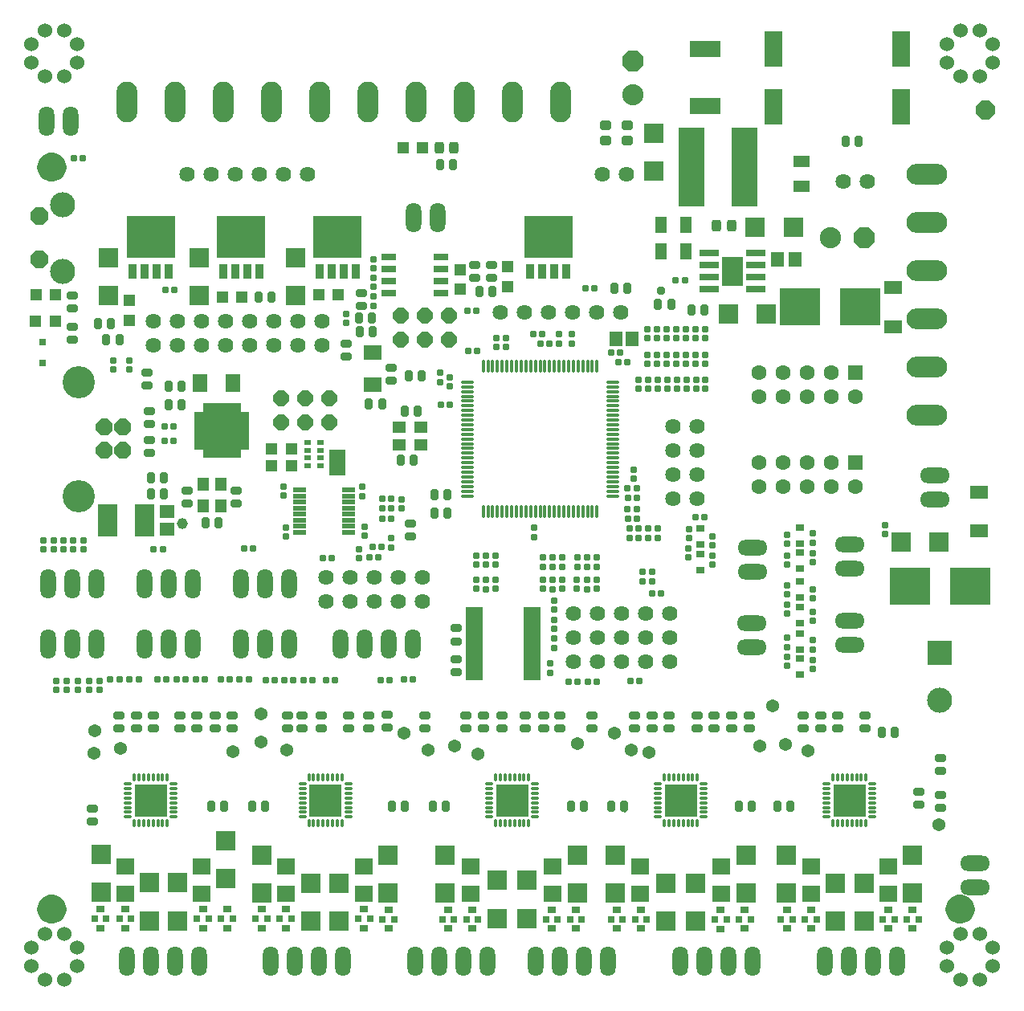
<source format=gts>
G04 Layer_Color=8388736*
%FSLAX25Y25*%
%MOIN*%
G70*
G01*
G75*
%ADD44C,0.06000*%
%ADD74C,0.05000*%
%ADD79C,0.01400*%
%ADD86P,0.07577X8X292.5*%
%ADD107C,0.06400*%
%ADD210R,0.07800X0.14800*%
%ADD211R,0.04600X0.01300*%
%ADD212R,0.05300X0.01700*%
%ADD213R,0.06890X0.02953*%
G04:AMPARAMS|DCode=214|XSize=25.65mil|YSize=27.62mil|CornerRadius=6.33mil|HoleSize=0mil|Usage=FLASHONLY|Rotation=0.000|XOffset=0mil|YOffset=0mil|HoleType=Round|Shape=RoundedRectangle|*
%AMROUNDEDRECTD214*
21,1,0.02565,0.01496,0,0,0.0*
21,1,0.01299,0.02762,0,0,0.0*
1,1,0.01266,0.00649,-0.00748*
1,1,0.01266,-0.00649,-0.00748*
1,1,0.01266,-0.00649,0.00748*
1,1,0.01266,0.00649,0.00748*
%
%ADD214ROUNDEDRECTD214*%
G04:AMPARAMS|DCode=215|XSize=33.13mil|YSize=43.37mil|CornerRadius=7.83mil|HoleSize=0mil|Usage=FLASHONLY|Rotation=90.000|XOffset=0mil|YOffset=0mil|HoleType=Round|Shape=RoundedRectangle|*
%AMROUNDEDRECTD215*
21,1,0.03313,0.02772,0,0,90.0*
21,1,0.01748,0.04337,0,0,90.0*
1,1,0.01565,0.01386,0.00874*
1,1,0.01565,0.01386,-0.00874*
1,1,0.01565,-0.01386,-0.00874*
1,1,0.01565,-0.01386,0.00874*
%
%ADD215ROUNDEDRECTD215*%
G04:AMPARAMS|DCode=216|XSize=33.13mil|YSize=43.37mil|CornerRadius=7.83mil|HoleSize=0mil|Usage=FLASHONLY|Rotation=180.000|XOffset=0mil|YOffset=0mil|HoleType=Round|Shape=RoundedRectangle|*
%AMROUNDEDRECTD216*
21,1,0.03313,0.02772,0,0,180.0*
21,1,0.01748,0.04337,0,0,180.0*
1,1,0.01565,-0.00874,0.01386*
1,1,0.01565,0.00874,0.01386*
1,1,0.01565,0.00874,-0.01386*
1,1,0.01565,-0.00874,-0.01386*
%
%ADD216ROUNDEDRECTD216*%
G04:AMPARAMS|DCode=217|XSize=25.26mil|YSize=27.62mil|CornerRadius=6.25mil|HoleSize=0mil|Usage=FLASHONLY|Rotation=90.000|XOffset=0mil|YOffset=0mil|HoleType=Round|Shape=RoundedRectangle|*
%AMROUNDEDRECTD217*
21,1,0.02526,0.01512,0,0,90.0*
21,1,0.01276,0.02762,0,0,90.0*
1,1,0.01250,0.00756,0.00638*
1,1,0.01250,0.00756,-0.00638*
1,1,0.01250,-0.00756,-0.00638*
1,1,0.01250,-0.00756,0.00638*
%
%ADD217ROUNDEDRECTD217*%
G04:AMPARAMS|DCode=218|XSize=25.26mil|YSize=27.62mil|CornerRadius=6.25mil|HoleSize=0mil|Usage=FLASHONLY|Rotation=180.000|XOffset=0mil|YOffset=0mil|HoleType=Round|Shape=RoundedRectangle|*
%AMROUNDEDRECTD218*
21,1,0.02526,0.01512,0,0,180.0*
21,1,0.01276,0.02762,0,0,180.0*
1,1,0.01250,-0.00638,0.00756*
1,1,0.01250,0.00638,0.00756*
1,1,0.01250,0.00638,-0.00756*
1,1,0.01250,-0.00638,-0.00756*
%
%ADD218ROUNDEDRECTD218*%
%ADD219R,0.06400X0.02800*%
G04:AMPARAMS|DCode=220|XSize=27.56mil|YSize=29.53mil|CornerRadius=7.87mil|HoleSize=0mil|Usage=FLASHONLY|Rotation=270.000|XOffset=0mil|YOffset=0mil|HoleType=Round|Shape=RoundedRectangle|*
%AMROUNDEDRECTD220*
21,1,0.02756,0.01378,0,0,270.0*
21,1,0.01181,0.02953,0,0,270.0*
1,1,0.01575,-0.00689,-0.00591*
1,1,0.01575,-0.00689,0.00591*
1,1,0.01575,0.00689,0.00591*
1,1,0.01575,0.00689,-0.00591*
%
%ADD220ROUNDEDRECTD220*%
G04:AMPARAMS|DCode=221|XSize=27.56mil|YSize=35.44mil|CornerRadius=7.87mil|HoleSize=0mil|Usage=FLASHONLY|Rotation=270.000|XOffset=0mil|YOffset=0mil|HoleType=Round|Shape=RoundedRectangle|*
%AMROUNDEDRECTD221*
21,1,0.02756,0.01969,0,0,270.0*
21,1,0.01181,0.03544,0,0,270.0*
1,1,0.01575,-0.00985,-0.00591*
1,1,0.01575,-0.00985,0.00591*
1,1,0.01575,0.00985,0.00591*
1,1,0.01575,0.00985,-0.00591*
%
%ADD221ROUNDEDRECTD221*%
%ADD222O,0.03743X0.01302*%
%ADD223O,0.01302X0.03743*%
%ADD224R,0.13586X0.13586*%
%ADD225R,0.10636X0.32683*%
%ADD226R,0.07093X0.04731*%
%ADD227R,0.04731X0.07093*%
G04:AMPARAMS|DCode=228|XSize=25.65mil|YSize=27.62mil|CornerRadius=6.33mil|HoleSize=0mil|Usage=FLASHONLY|Rotation=90.000|XOffset=0mil|YOffset=0mil|HoleType=Round|Shape=RoundedRectangle|*
%AMROUNDEDRECTD228*
21,1,0.02565,0.01496,0,0,90.0*
21,1,0.01299,0.02762,0,0,90.0*
1,1,0.01266,0.00748,0.00649*
1,1,0.01266,0.00748,-0.00649*
1,1,0.01266,-0.00748,-0.00649*
1,1,0.01266,-0.00748,0.00649*
%
%ADD228ROUNDEDRECTD228*%
G04:AMPARAMS|DCode=229|XSize=15.02mil|YSize=35.5mil|CornerRadius=6.41mil|HoleSize=0mil|Usage=FLASHONLY|Rotation=180.000|XOffset=0mil|YOffset=0mil|HoleType=Round|Shape=RoundedRectangle|*
%AMROUNDEDRECTD229*
21,1,0.01502,0.02268,0,0,180.0*
21,1,0.00220,0.03550,0,0,180.0*
1,1,0.01282,-0.00110,0.01134*
1,1,0.01282,0.00110,0.01134*
1,1,0.01282,0.00110,-0.01134*
1,1,0.01282,-0.00110,-0.01134*
%
%ADD229ROUNDEDRECTD229*%
G04:AMPARAMS|DCode=230|XSize=15.02mil|YSize=35.5mil|CornerRadius=6.41mil|HoleSize=0mil|Usage=FLASHONLY|Rotation=270.000|XOffset=0mil|YOffset=0mil|HoleType=Round|Shape=RoundedRectangle|*
%AMROUNDEDRECTD230*
21,1,0.01502,0.02268,0,0,270.0*
21,1,0.00220,0.03550,0,0,270.0*
1,1,0.01282,-0.01134,-0.00110*
1,1,0.01282,-0.01134,0.00110*
1,1,0.01282,0.01134,0.00110*
1,1,0.01282,0.01134,-0.00110*
%
%ADD230ROUNDEDRECTD230*%
%ADD231R,0.14042X0.14042*%
%ADD232R,0.07880X0.13786*%
%ADD233R,0.02959X0.02369*%
%ADD234R,0.07487X0.05912*%
%ADD235R,0.07498X0.06699*%
%ADD236R,0.17093X0.15400*%
%ADD237R,0.05518X0.04534*%
%ADD238R,0.12998X0.06699*%
%ADD239R,0.05124X0.05124*%
%ADD240R,0.05400X0.01900*%
%ADD241R,0.05518X0.06306*%
%ADD242R,0.08800X0.12200*%
%ADD243R,0.08200X0.02600*%
G04:AMPARAMS|DCode=244|XSize=37.46mil|YSize=47.31mil|CornerRadius=8.69mil|HoleSize=0mil|Usage=FLASHONLY|Rotation=0.000|XOffset=0mil|YOffset=0mil|HoleType=Round|Shape=RoundedRectangle|*
%AMROUNDEDRECTD244*
21,1,0.03746,0.02993,0,0,0.0*
21,1,0.02008,0.04731,0,0,0.0*
1,1,0.01738,0.01004,-0.01496*
1,1,0.01738,-0.01004,-0.01496*
1,1,0.01738,-0.01004,0.01496*
1,1,0.01738,0.01004,0.01496*
%
%ADD244ROUNDEDRECTD244*%
%ADD245R,0.02762X0.02762*%
G04:AMPARAMS|DCode=246|XSize=37.46mil|YSize=47.31mil|CornerRadius=8.69mil|HoleSize=0mil|Usage=FLASHONLY|Rotation=270.000|XOffset=0mil|YOffset=0mil|HoleType=Round|Shape=RoundedRectangle|*
%AMROUNDEDRECTD246*
21,1,0.03746,0.02993,0,0,270.0*
21,1,0.02008,0.04731,0,0,270.0*
1,1,0.01738,-0.01496,-0.01004*
1,1,0.01738,-0.01496,0.01004*
1,1,0.01738,0.01496,0.01004*
1,1,0.01738,0.01496,-0.01004*
%
%ADD246ROUNDEDRECTD246*%
%ADD247R,0.06306X0.05518*%
%ADD248R,0.05124X0.05124*%
%ADD249R,0.05912X0.07487*%
%ADD250R,0.04534X0.05518*%
G04:AMPARAMS|DCode=251|XSize=43.37mil|YSize=43.37mil|CornerRadius=21.68mil|HoleSize=0mil|Usage=FLASHONLY|Rotation=0.000|XOffset=0mil|YOffset=0mil|HoleType=Round|Shape=RoundedRectangle|*
%AMROUNDEDRECTD251*
21,1,0.04337,0.00000,0,0,0.0*
21,1,0.00000,0.04337,0,0,0.0*
1,1,0.04337,0.00000,0.00000*
1,1,0.04337,0.00000,0.00000*
1,1,0.04337,0.00000,0.00000*
1,1,0.04337,0.00000,0.00000*
%
%ADD251ROUNDEDRECTD251*%
%ADD252R,0.06837X0.02132*%
%ADD253R,0.06700X0.05000*%
%ADD254R,0.03550X0.02762*%
%ADD255O,0.01384X0.05518*%
%ADD256O,0.05518X0.01384*%
%ADD257R,0.07487X0.05833*%
%ADD258R,0.08300X0.08300*%
%ADD259R,0.08274X0.08274*%
%ADD260R,0.08300X0.08300*%
%ADD261R,0.08274X0.08274*%
%ADD262R,0.03200X0.06000*%
%ADD263R,0.20100X0.17400*%
%ADD264C,0.13391*%
%ADD265P,0.07038X8X22.5*%
%ADD266O,0.06400X0.12400*%
%ADD267C,0.10400*%
%ADD268P,0.08010X8X292.5*%
%ADD269O,0.16900X0.08650*%
%ADD270C,0.08800*%
%ADD271P,0.09525X8X112.5*%
%ADD272P,0.08659X8X22.5*%
%ADD273O,0.08650X0.16900*%
%ADD274R,0.10400X0.10400*%
%ADD275O,0.12400X0.06400*%
%ADD276P,0.09525X8X22.5*%
%ADD277C,0.05400*%
%ADD278R,0.06305X0.06305*%
%ADD279C,0.06305*%
%ADD280C,0.03800*%
%ADD281C,0.03769*%
%ADD282C,0.04556*%
G36*
X192300Y341300D02*
X195900D01*
Y325700D01*
X192300D01*
Y322100D01*
X176700D01*
Y325700D01*
X173100D01*
Y341300D01*
X176700D01*
Y344900D01*
X192300D01*
Y341300D01*
D02*
G37*
G36*
X400700Y402250D02*
Y399750D01*
Y397250D01*
Y393600D01*
X392200D01*
Y397250D01*
Y399750D01*
Y402250D01*
Y405550D01*
X400700D01*
Y402250D01*
D02*
G37*
G36*
X292785Y229744D02*
X285699D01*
Y260256D01*
X292785D01*
Y229744D01*
D02*
G37*
G36*
X316801D02*
X309715D01*
Y260256D01*
X316801D01*
Y229744D01*
D02*
G37*
%LPC*%
G36*
X394000Y398750D02*
X393707Y398721D01*
X393167Y398497D01*
X392753Y398083D01*
X392529Y397543D01*
X392500Y397250D01*
X392529Y396957D01*
X392753Y396417D01*
X393167Y396003D01*
X393707Y395779D01*
X394000Y395750D01*
X394293Y395779D01*
X394833Y396003D01*
X395247Y396417D01*
X395471Y396957D01*
X395500Y397250D01*
X395471Y397543D01*
X395247Y398083D01*
X394833Y398497D01*
X394293Y398721D01*
X394000Y398750D01*
D02*
G37*
G36*
Y403750D02*
X393707Y403721D01*
X393167Y403497D01*
X392753Y403083D01*
X392529Y402543D01*
X392500Y402250D01*
X392529Y401957D01*
X392753Y401417D01*
X393167Y401003D01*
X393707Y400779D01*
X394000Y400750D01*
X394293Y400779D01*
X394833Y401003D01*
X395247Y401417D01*
X395471Y401957D01*
X395500Y402250D01*
X395471Y402543D01*
X395247Y403083D01*
X394833Y403497D01*
X394293Y403721D01*
X394000Y403750D01*
D02*
G37*
G36*
X399000D02*
X398707Y403721D01*
X398167Y403497D01*
X397753Y403083D01*
X397529Y402543D01*
X397500Y402250D01*
X397529Y401957D01*
X397753Y401417D01*
X398167Y401003D01*
X398707Y400779D01*
X399000Y400750D01*
X399293Y400779D01*
X399833Y401003D01*
X400247Y401417D01*
X400471Y401957D01*
X400500Y402250D01*
X400471Y402543D01*
X400247Y403083D01*
X399833Y403497D01*
X399293Y403721D01*
X399000Y403750D01*
D02*
G37*
G36*
Y398750D02*
X398707Y398721D01*
X398167Y398497D01*
X397753Y398083D01*
X397529Y397543D01*
X397500Y397250D01*
X397529Y396957D01*
X397753Y396417D01*
X398167Y396003D01*
X398707Y395779D01*
X399000Y395750D01*
X399293Y395779D01*
X399833Y396003D01*
X400247Y396417D01*
X400471Y396957D01*
X400500Y397250D01*
X400471Y397543D01*
X400247Y398083D01*
X399833Y398497D01*
X399293Y398721D01*
X399000Y398750D01*
D02*
G37*
G36*
X396500Y401250D02*
X396207Y401221D01*
X395667Y400997D01*
X395253Y400583D01*
X395029Y400043D01*
X395000Y399750D01*
X395029Y399457D01*
X395253Y398917D01*
X395667Y398503D01*
X396207Y398279D01*
X396500Y398250D01*
X396793Y398279D01*
X397333Y398503D01*
X397747Y398917D01*
X397971Y399457D01*
X398000Y399750D01*
X397971Y400043D01*
X397747Y400583D01*
X397333Y400997D01*
X396793Y401221D01*
X396500Y401250D01*
D02*
G37*
%LPD*%
G54D44*
X118937Y105551D02*
D03*
X111063D02*
D03*
X105551Y111063D02*
D03*
Y118937D02*
D03*
X111063Y124449D02*
D03*
X118937D02*
D03*
X124449Y118937D02*
D03*
Y111063D02*
D03*
X498937Y105551D02*
D03*
X491063D02*
D03*
X485551Y111063D02*
D03*
Y118937D02*
D03*
X491063Y124449D02*
D03*
X498937D02*
D03*
X504449Y118937D02*
D03*
Y111063D02*
D03*
X498937Y480551D02*
D03*
X491063D02*
D03*
X485551Y486063D02*
D03*
Y493937D02*
D03*
X491063Y499449D02*
D03*
X498937D02*
D03*
X504449Y493937D02*
D03*
Y486063D02*
D03*
X118937Y480551D02*
D03*
X111063D02*
D03*
X105551Y486063D02*
D03*
Y493937D02*
D03*
X111063Y499449D02*
D03*
X118937D02*
D03*
X124449Y493937D02*
D03*
Y486063D02*
D03*
G54D74*
X494293Y135000D02*
X494149Y135998D01*
X493731Y136916D01*
X493070Y137678D01*
X492222Y138223D01*
X491254Y138507D01*
X490246D01*
X489278Y138223D01*
X488430Y137678D01*
X487769Y136916D01*
X487351Y135998D01*
X487207Y135000D01*
X487351Y134002D01*
X487769Y133084D01*
X488430Y132322D01*
X489278Y131777D01*
X490246Y131493D01*
X491254D01*
X492222Y131777D01*
X493070Y132322D01*
X493731Y133084D01*
X494149Y134002D01*
X494293Y135000D01*
X117293Y443000D02*
X117149Y443998D01*
X116731Y444915D01*
X116070Y445678D01*
X115222Y446223D01*
X114254Y446507D01*
X113246D01*
X112278Y446223D01*
X111430Y445678D01*
X110769Y444915D01*
X110351Y443998D01*
X110207Y443000D01*
X110351Y442002D01*
X110769Y441084D01*
X111430Y440322D01*
X112278Y439777D01*
X113246Y439493D01*
X114254D01*
X115222Y439777D01*
X116070Y440322D01*
X116731Y441084D01*
X117149Y442002D01*
X117293Y443000D01*
Y135000D02*
X117149Y135998D01*
X116731Y136916D01*
X116070Y137678D01*
X115222Y138223D01*
X114254Y138507D01*
X113246D01*
X112278Y138223D01*
X111430Y137678D01*
X110769Y136916D01*
X110351Y135998D01*
X110207Y135000D01*
X110351Y134002D01*
X110769Y133084D01*
X111430Y132322D01*
X112278Y131777D01*
X113246Y131493D01*
X114254D01*
X115222Y131777D01*
X116070Y132322D01*
X116731Y133084D01*
X117149Y134002D01*
X117293Y135000D01*
G54D79*
X352450Y176250D02*
X351750Y176950D01*
X351050Y176250D01*
X351750Y175550D01*
X352450Y176250D01*
G54D86*
X135669Y325079D02*
D03*
Y334921D02*
D03*
X143543D02*
D03*
Y325079D02*
D03*
G54D107*
X350000Y382500D02*
D03*
X340000D02*
D03*
X330000D02*
D03*
X320000D02*
D03*
X310000D02*
D03*
X300000D02*
D03*
X267894Y272500D02*
D03*
Y262500D02*
D03*
X257894Y272500D02*
D03*
Y262500D02*
D03*
X247894Y272500D02*
D03*
Y262500D02*
D03*
X237894Y272500D02*
D03*
Y262500D02*
D03*
X227894Y272500D02*
D03*
Y262500D02*
D03*
X156250Y368750D02*
D03*
Y378750D02*
D03*
X166250Y368750D02*
D03*
Y378750D02*
D03*
X176250Y368750D02*
D03*
Y378750D02*
D03*
X186250Y368750D02*
D03*
Y378750D02*
D03*
X196250Y368750D02*
D03*
Y378750D02*
D03*
X206250Y368750D02*
D03*
Y378750D02*
D03*
X216250Y368750D02*
D03*
Y378750D02*
D03*
X226250Y368750D02*
D03*
Y378750D02*
D03*
X371700Y335200D02*
D03*
X381700D02*
D03*
X371700Y325200D02*
D03*
X381700D02*
D03*
X371700Y315200D02*
D03*
X381700D02*
D03*
X371700Y305200D02*
D03*
X381700D02*
D03*
X442500Y437000D02*
D03*
X452500D02*
D03*
X352500Y440000D02*
D03*
X342500D02*
D03*
X220000D02*
D03*
X210000D02*
D03*
X200000D02*
D03*
X190000D02*
D03*
X180000D02*
D03*
X170000D02*
D03*
X330500Y257561D02*
D03*
X340500D02*
D03*
X350500D02*
D03*
X360500D02*
D03*
X370500D02*
D03*
X330500Y247561D02*
D03*
X340500D02*
D03*
X350500D02*
D03*
X360500D02*
D03*
X370500D02*
D03*
X330500Y237561D02*
D03*
X340500D02*
D03*
X350500D02*
D03*
X360500D02*
D03*
X370500D02*
D03*
G54D210*
X413500Y492000D02*
D03*
Y468000D02*
D03*
X466500D02*
D03*
Y492000D02*
D03*
G54D211*
X237200Y308750D02*
D03*
Y306250D02*
D03*
Y303750D02*
D03*
Y301250D02*
D03*
Y298750D02*
D03*
Y296250D02*
D03*
Y293750D02*
D03*
Y291250D02*
D03*
X216800D02*
D03*
Y293750D02*
D03*
Y296250D02*
D03*
Y298750D02*
D03*
Y301250D02*
D03*
Y303750D02*
D03*
Y306250D02*
D03*
Y308750D02*
D03*
G54D212*
X237250D02*
D03*
Y306250D02*
D03*
Y303750D02*
D03*
Y301250D02*
D03*
Y298750D02*
D03*
Y296250D02*
D03*
Y293750D02*
D03*
Y291250D02*
D03*
X216750D02*
D03*
Y293750D02*
D03*
Y296250D02*
D03*
Y298750D02*
D03*
Y301250D02*
D03*
Y303750D02*
D03*
Y306250D02*
D03*
Y308750D02*
D03*
G54D213*
X232500Y320053D02*
D03*
G54D214*
X259930Y230100D02*
D03*
X263670D02*
D03*
X250330Y229800D02*
D03*
X254070D02*
D03*
X372880Y395750D02*
D03*
X376620D02*
D03*
X346130Y365800D02*
D03*
X349870D02*
D03*
X352870Y361800D02*
D03*
X349130D02*
D03*
X320470Y369700D02*
D03*
X316730D02*
D03*
X279170Y344300D02*
D03*
X275430D02*
D03*
X123030Y446600D02*
D03*
X126770D02*
D03*
X286430Y383200D02*
D03*
X290170D02*
D03*
X251130Y301100D02*
D03*
X254870D02*
D03*
X230170Y280400D02*
D03*
X226430D02*
D03*
X254870Y297000D02*
D03*
X251130D02*
D03*
X197470Y284600D02*
D03*
X193730D02*
D03*
X159970Y284100D02*
D03*
X156230D02*
D03*
X231470Y229900D02*
D03*
X227730D02*
D03*
X222170D02*
D03*
X218430D02*
D03*
X202630D02*
D03*
X206370D02*
D03*
X187670Y230100D02*
D03*
X183930D02*
D03*
X177370D02*
D03*
X173630D02*
D03*
X157830D02*
D03*
X161570D02*
D03*
X141970D02*
D03*
X138230D02*
D03*
X340070Y229200D02*
D03*
X336330D02*
D03*
X353930Y229700D02*
D03*
X357670D02*
D03*
X363130Y265800D02*
D03*
X366870D02*
D03*
X365270Y288900D02*
D03*
X361530D02*
D03*
X353730D02*
D03*
X357470D02*
D03*
X356670Y297000D02*
D03*
X352930D02*
D03*
Y305600D02*
D03*
X356670D02*
D03*
X384870Y297600D02*
D03*
X381130D02*
D03*
G54D215*
X153400Y352123D02*
D03*
Y357477D02*
D03*
X130800Y171198D02*
D03*
Y176552D02*
D03*
X262800Y289523D02*
D03*
Y294877D02*
D03*
X289500Y396823D02*
D03*
Y402177D02*
D03*
X425744Y215177D02*
D03*
Y209823D02*
D03*
X355744Y215177D02*
D03*
Y209823D02*
D03*
X285876Y215177D02*
D03*
Y209823D02*
D03*
X211713Y215177D02*
D03*
Y209823D02*
D03*
X141606Y215177D02*
D03*
Y209823D02*
D03*
X149000Y215177D02*
D03*
Y209823D02*
D03*
X217700Y215177D02*
D03*
Y209823D02*
D03*
X293250Y215177D02*
D03*
Y209823D02*
D03*
X363000Y215177D02*
D03*
Y209823D02*
D03*
X433000Y215177D02*
D03*
Y209823D02*
D03*
X482750Y176823D02*
D03*
Y182177D02*
D03*
X403486Y209823D02*
D03*
Y215177D02*
D03*
X338148Y209823D02*
D03*
Y215177D02*
D03*
X188892Y209823D02*
D03*
Y215177D02*
D03*
X268634Y209892D02*
D03*
Y215246D02*
D03*
X296500Y402177D02*
D03*
Y396823D02*
D03*
X242300Y385223D02*
D03*
Y390577D02*
D03*
X236000Y364323D02*
D03*
Y369677D02*
D03*
X122305Y376671D02*
D03*
Y371317D02*
D03*
X122500Y389427D02*
D03*
Y384073D02*
D03*
X281750Y251389D02*
D03*
Y246035D02*
D03*
X281700Y233323D02*
D03*
Y238677D02*
D03*
X440250Y209823D02*
D03*
Y215177D02*
D03*
X451500Y209823D02*
D03*
Y215177D02*
D03*
X473600Y183661D02*
D03*
Y178307D02*
D03*
X482875Y197677D02*
D03*
Y192323D02*
D03*
X370250Y209823D02*
D03*
Y215177D02*
D03*
X381713Y209823D02*
D03*
Y215177D02*
D03*
X396225D02*
D03*
Y209823D02*
D03*
X388900D02*
D03*
Y215177D02*
D03*
X300625Y209823D02*
D03*
Y215177D02*
D03*
X310500Y209823D02*
D03*
Y215177D02*
D03*
X324750D02*
D03*
Y209823D02*
D03*
X318125Y215177D02*
D03*
Y209823D02*
D03*
X225900D02*
D03*
Y215177D02*
D03*
X237000Y209823D02*
D03*
Y215177D02*
D03*
X253200Y215577D02*
D03*
Y210223D02*
D03*
X245300Y209823D02*
D03*
Y215177D02*
D03*
X156250Y209823D02*
D03*
Y215177D02*
D03*
X167000Y209823D02*
D03*
Y215177D02*
D03*
X181625D02*
D03*
Y209823D02*
D03*
X174250D02*
D03*
Y215177D02*
D03*
X190500Y303323D02*
D03*
Y308677D02*
D03*
X170000Y303323D02*
D03*
Y308677D02*
D03*
X154500Y336323D02*
D03*
Y341677D02*
D03*
Y329677D02*
D03*
Y324323D02*
D03*
X254750Y354073D02*
D03*
Y359427D02*
D03*
G54D216*
X241523Y380200D02*
D03*
X246877D02*
D03*
X415198Y177500D02*
D03*
X420552D02*
D03*
X443323Y453500D02*
D03*
X448677D02*
D03*
X365573Y386000D02*
D03*
X370927D02*
D03*
X384677Y383500D02*
D03*
X379323D02*
D03*
X345948Y177500D02*
D03*
X351302D02*
D03*
X271948D02*
D03*
X277302D02*
D03*
X196948D02*
D03*
X202302D02*
D03*
X352677Y392500D02*
D03*
X347323D02*
D03*
X280427Y444000D02*
D03*
X275073D02*
D03*
X296877Y391200D02*
D03*
X291523D02*
D03*
X205177Y388750D02*
D03*
X199823D02*
D03*
X162448Y351875D02*
D03*
X167802D02*
D03*
X262123Y356100D02*
D03*
X267477D02*
D03*
X278177Y299100D02*
D03*
X272823D02*
D03*
X141927Y371250D02*
D03*
X136573D02*
D03*
X246977Y374700D02*
D03*
X241623D02*
D03*
X133073Y377875D02*
D03*
X138427D02*
D03*
X260448Y341500D02*
D03*
X265802D02*
D03*
X264052Y321250D02*
D03*
X258698D02*
D03*
X458523Y208250D02*
D03*
X463877D02*
D03*
X404302Y177500D02*
D03*
X398948D02*
D03*
X334802D02*
D03*
X329448D02*
D03*
X260552D02*
D03*
X255198D02*
D03*
X185552D02*
D03*
X180198D02*
D03*
X177823Y295250D02*
D03*
X183177D02*
D03*
X162323Y344250D02*
D03*
X167677D02*
D03*
X245573Y344500D02*
D03*
X250927D02*
D03*
X155073Y307250D02*
D03*
X160427D02*
D03*
X155073Y314000D02*
D03*
X160427D02*
D03*
X278177Y306833D02*
D03*
X272823D02*
D03*
G54D217*
X275200Y357490D02*
D03*
Y353710D02*
D03*
X279000Y355590D02*
D03*
Y351810D02*
D03*
X247400Y385310D02*
D03*
Y389090D02*
D03*
Y400910D02*
D03*
Y404690D02*
D03*
Y393110D02*
D03*
Y396890D02*
D03*
X236000Y378110D02*
D03*
Y381890D02*
D03*
X139500Y358860D02*
D03*
Y362640D02*
D03*
X329700Y373390D02*
D03*
Y369610D02*
D03*
X324500Y373490D02*
D03*
Y369710D02*
D03*
X298400Y371990D02*
D03*
Y368210D02*
D03*
X302400Y371990D02*
D03*
Y368210D02*
D03*
X259000Y301110D02*
D03*
Y304890D02*
D03*
X122800Y284210D02*
D03*
Y287990D02*
D03*
X118700D02*
D03*
Y284210D02*
D03*
X129300Y225910D02*
D03*
Y229690D02*
D03*
X120200Y225910D02*
D03*
Y229690D02*
D03*
X294100Y277910D02*
D03*
Y281690D02*
D03*
Y267710D02*
D03*
Y271490D02*
D03*
X321900Y277010D02*
D03*
Y280790D02*
D03*
Y267710D02*
D03*
Y271490D02*
D03*
X336000Y280790D02*
D03*
Y277010D02*
D03*
Y271490D02*
D03*
Y267710D02*
D03*
X322300Y251210D02*
D03*
Y254990D02*
D03*
X359000Y271010D02*
D03*
Y274790D02*
D03*
X357300Y354690D02*
D03*
Y350910D02*
D03*
X365300Y354690D02*
D03*
Y350910D02*
D03*
X373300D02*
D03*
Y354690D02*
D03*
X381300Y350910D02*
D03*
Y354690D02*
D03*
X373200Y364990D02*
D03*
Y361210D02*
D03*
X381200Y364990D02*
D03*
Y361210D02*
D03*
X361200Y375590D02*
D03*
Y371810D02*
D03*
X377200D02*
D03*
Y375590D02*
D03*
X381200D02*
D03*
Y371810D02*
D03*
X429600Y246390D02*
D03*
Y242610D02*
D03*
Y234410D02*
D03*
Y238190D02*
D03*
X419100Y243710D02*
D03*
Y247490D02*
D03*
Y265510D02*
D03*
Y269290D02*
D03*
X429700Y267590D02*
D03*
Y263810D02*
D03*
X429600Y254410D02*
D03*
Y258190D02*
D03*
X419100Y286410D02*
D03*
Y290190D02*
D03*
X429600Y290790D02*
D03*
Y287010D02*
D03*
Y278910D02*
D03*
Y282690D02*
D03*
X378400Y292590D02*
D03*
Y288810D02*
D03*
X388200Y289590D02*
D03*
Y285810D02*
D03*
Y277910D02*
D03*
Y281690D02*
D03*
G54D218*
X339140Y392500D02*
D03*
X335360D02*
D03*
X164890Y392000D02*
D03*
X161110D02*
D03*
X164390Y335375D02*
D03*
X160610D02*
D03*
X164390Y329125D02*
D03*
X160610D02*
D03*
X317590Y373700D02*
D03*
X313810D02*
D03*
X286710Y366700D02*
D03*
X290490D02*
D03*
X254890Y305200D02*
D03*
X251110D02*
D03*
X250790Y285100D02*
D03*
X247010D02*
D03*
X245710Y281000D02*
D03*
X249490D02*
D03*
X210410Y229900D02*
D03*
X214190D02*
D03*
X191910Y230100D02*
D03*
X195690D02*
D03*
X165810D02*
D03*
X169590D02*
D03*
X146210D02*
D03*
X149990D02*
D03*
X332090Y229200D02*
D03*
X328310D02*
D03*
X365290Y293000D02*
D03*
X361510D02*
D03*
X357490D02*
D03*
X353710D02*
D03*
X356690Y301000D02*
D03*
X352910D02*
D03*
X356690Y309400D02*
D03*
X352910D02*
D03*
G54D219*
X253673Y400500D02*
D03*
X275400D02*
D03*
X253673Y405500D02*
D03*
Y395500D02*
D03*
Y390500D02*
D03*
X275400Y405500D02*
D03*
Y395500D02*
D03*
Y390500D02*
D03*
G54D220*
X189061Y130900D02*
D03*
X184139D02*
D03*
X174139D02*
D03*
X179061D02*
D03*
X146861Y130800D02*
D03*
X141939D02*
D03*
X131639D02*
D03*
X136561D02*
D03*
X256061Y130700D02*
D03*
X251139D02*
D03*
X241039Y130800D02*
D03*
X245961D02*
D03*
X213461D02*
D03*
X208539D02*
D03*
X198539D02*
D03*
X203461D02*
D03*
X333861Y130700D02*
D03*
X328939D02*
D03*
X318939D02*
D03*
X323861D02*
D03*
X290861D02*
D03*
X285939D02*
D03*
X275939D02*
D03*
X280861D02*
D03*
X403961D02*
D03*
X399039D02*
D03*
X389039Y130600D02*
D03*
X393961D02*
D03*
X360861Y130700D02*
D03*
X355939D02*
D03*
X345939D02*
D03*
X350861D02*
D03*
X473661D02*
D03*
X468739D02*
D03*
X458739D02*
D03*
X463661D02*
D03*
X431461D02*
D03*
X426539D02*
D03*
X416539D02*
D03*
X421461D02*
D03*
G54D221*
X186600Y126963D02*
D03*
Y134837D02*
D03*
X176600D02*
D03*
Y126963D02*
D03*
X144400Y126863D02*
D03*
Y134737D02*
D03*
X134100D02*
D03*
Y126863D02*
D03*
X253600Y126763D02*
D03*
Y134637D02*
D03*
X243500Y134737D02*
D03*
Y126863D02*
D03*
X211000D02*
D03*
Y134737D02*
D03*
X201000D02*
D03*
Y126863D02*
D03*
X331400Y126763D02*
D03*
Y134637D02*
D03*
X321400D02*
D03*
Y126763D02*
D03*
X288400D02*
D03*
Y134637D02*
D03*
X278400D02*
D03*
Y126763D02*
D03*
X401500D02*
D03*
Y134637D02*
D03*
X391500Y134537D02*
D03*
Y126663D02*
D03*
X358400Y126763D02*
D03*
Y134637D02*
D03*
X348400D02*
D03*
Y126763D02*
D03*
X471200D02*
D03*
Y134637D02*
D03*
X461200D02*
D03*
Y126763D02*
D03*
X429000D02*
D03*
Y134637D02*
D03*
X419000D02*
D03*
Y126763D02*
D03*
G54D222*
X164469Y173110D02*
D03*
Y175079D02*
D03*
Y177047D02*
D03*
Y179016D02*
D03*
Y180984D02*
D03*
Y182953D02*
D03*
Y184921D02*
D03*
Y186890D02*
D03*
X145531D02*
D03*
Y184921D02*
D03*
Y182953D02*
D03*
Y180984D02*
D03*
Y179016D02*
D03*
Y177047D02*
D03*
Y175079D02*
D03*
Y173110D02*
D03*
X218032D02*
D03*
Y175079D02*
D03*
Y177047D02*
D03*
Y179016D02*
D03*
Y180984D02*
D03*
Y182953D02*
D03*
Y184921D02*
D03*
Y186890D02*
D03*
X236968D02*
D03*
Y184921D02*
D03*
Y182953D02*
D03*
Y180984D02*
D03*
Y179016D02*
D03*
Y177047D02*
D03*
Y175079D02*
D03*
Y173110D02*
D03*
X314469D02*
D03*
Y175079D02*
D03*
Y177047D02*
D03*
Y179016D02*
D03*
Y180984D02*
D03*
Y182953D02*
D03*
Y184921D02*
D03*
Y186890D02*
D03*
X295532D02*
D03*
Y184921D02*
D03*
Y182953D02*
D03*
Y180984D02*
D03*
Y179016D02*
D03*
Y177047D02*
D03*
Y175079D02*
D03*
Y173110D02*
D03*
X365531D02*
D03*
Y175079D02*
D03*
Y177047D02*
D03*
Y179016D02*
D03*
Y180984D02*
D03*
Y182953D02*
D03*
Y184921D02*
D03*
Y186890D02*
D03*
X384469D02*
D03*
Y184921D02*
D03*
Y182953D02*
D03*
Y180984D02*
D03*
Y179016D02*
D03*
Y177047D02*
D03*
Y175079D02*
D03*
Y173110D02*
D03*
X454468D02*
D03*
Y175079D02*
D03*
Y177047D02*
D03*
Y179016D02*
D03*
Y180984D02*
D03*
Y182953D02*
D03*
Y184921D02*
D03*
Y186890D02*
D03*
X435532D02*
D03*
Y184921D02*
D03*
Y182953D02*
D03*
Y180984D02*
D03*
Y179016D02*
D03*
Y177047D02*
D03*
Y175079D02*
D03*
Y173110D02*
D03*
G54D223*
X161890Y189469D02*
D03*
X159921D02*
D03*
X157953D02*
D03*
X155984D02*
D03*
X154016D02*
D03*
X152047D02*
D03*
X150079D02*
D03*
X148110D02*
D03*
Y170531D02*
D03*
X150079D02*
D03*
X152047D02*
D03*
X154016D02*
D03*
X155984D02*
D03*
X157953D02*
D03*
X159921D02*
D03*
X161890D02*
D03*
X234390D02*
D03*
X232421D02*
D03*
X230453D02*
D03*
X228484D02*
D03*
X226516D02*
D03*
X224547D02*
D03*
X222579D02*
D03*
X220610D02*
D03*
Y189469D02*
D03*
X222579D02*
D03*
X224547D02*
D03*
X226516D02*
D03*
X228484D02*
D03*
X230453D02*
D03*
X232421D02*
D03*
X234390D02*
D03*
X311890D02*
D03*
X309921D02*
D03*
X307953D02*
D03*
X305984D02*
D03*
X304016D02*
D03*
X302047D02*
D03*
X300079D02*
D03*
X298110D02*
D03*
Y170531D02*
D03*
X300079D02*
D03*
X302047D02*
D03*
X304016D02*
D03*
X305984D02*
D03*
X307953D02*
D03*
X309921D02*
D03*
X311890D02*
D03*
X381890D02*
D03*
X379921D02*
D03*
X377953D02*
D03*
X375984D02*
D03*
X374016D02*
D03*
X372047D02*
D03*
X370079D02*
D03*
X368110D02*
D03*
Y189469D02*
D03*
X370079D02*
D03*
X372047D02*
D03*
X374016D02*
D03*
X375984D02*
D03*
X377953D02*
D03*
X379921D02*
D03*
X381890D02*
D03*
X451890D02*
D03*
X449921D02*
D03*
X447953D02*
D03*
X445984D02*
D03*
X444016D02*
D03*
X442047D02*
D03*
X440079D02*
D03*
X438110D02*
D03*
Y170531D02*
D03*
X440079D02*
D03*
X442047D02*
D03*
X444016D02*
D03*
X445984D02*
D03*
X447953D02*
D03*
X449921D02*
D03*
X451890D02*
D03*
G54D224*
X155000Y180000D02*
D03*
X227500D02*
D03*
X305000D02*
D03*
X375000D02*
D03*
X445000D02*
D03*
G54D225*
X401524Y442750D02*
D03*
X379476D02*
D03*
G54D226*
X425000Y445217D02*
D03*
Y434784D02*
D03*
G54D227*
X366783Y419000D02*
D03*
X377217D02*
D03*
X366783Y408000D02*
D03*
X377217D02*
D03*
G54D228*
X355300Y313430D02*
D03*
Y317170D02*
D03*
X314000Y293100D02*
D03*
Y289360D02*
D03*
X243800Y293670D02*
D03*
Y289930D02*
D03*
X242600Y306330D02*
D03*
Y310070D02*
D03*
X211000Y289430D02*
D03*
Y293170D02*
D03*
X210200Y306530D02*
D03*
Y310270D02*
D03*
X146250Y362620D02*
D03*
Y358880D02*
D03*
X254900Y285030D02*
D03*
Y288770D02*
D03*
X241500Y280430D02*
D03*
Y284170D02*
D03*
X127000Y287970D02*
D03*
Y284230D02*
D03*
X114600D02*
D03*
Y287970D02*
D03*
X110500D02*
D03*
Y284230D02*
D03*
X133800Y225930D02*
D03*
Y229670D02*
D03*
X124700D02*
D03*
Y225930D02*
D03*
X115700Y229670D02*
D03*
Y225930D02*
D03*
X290100Y271470D02*
D03*
Y267730D02*
D03*
X298100Y271470D02*
D03*
Y267730D02*
D03*
Y281670D02*
D03*
Y277930D02*
D03*
X290100Y281670D02*
D03*
Y277930D02*
D03*
X317900Y280770D02*
D03*
Y277030D02*
D03*
Y271470D02*
D03*
Y267730D02*
D03*
X325900Y280770D02*
D03*
Y277030D02*
D03*
Y271470D02*
D03*
Y267730D02*
D03*
X332000Y280770D02*
D03*
Y277030D02*
D03*
X331900Y271460D02*
D03*
Y267720D02*
D03*
X340000Y280770D02*
D03*
Y277030D02*
D03*
X340100Y271460D02*
D03*
Y267720D02*
D03*
X322300Y259230D02*
D03*
Y262970D02*
D03*
Y243330D02*
D03*
Y247070D02*
D03*
X320900Y236770D02*
D03*
Y233030D02*
D03*
X363200Y271030D02*
D03*
Y274770D02*
D03*
X361300Y354670D02*
D03*
Y350930D02*
D03*
X369300D02*
D03*
Y354670D02*
D03*
X377300D02*
D03*
Y350930D02*
D03*
X385200Y354670D02*
D03*
Y350930D02*
D03*
X361200Y364970D02*
D03*
Y361230D02*
D03*
X365200D02*
D03*
Y364970D02*
D03*
X369200D02*
D03*
Y361230D02*
D03*
X377200Y364970D02*
D03*
Y361230D02*
D03*
X385200Y364970D02*
D03*
Y361230D02*
D03*
X365200Y371830D02*
D03*
Y375570D02*
D03*
X369200Y371830D02*
D03*
Y375570D02*
D03*
X373200Y371830D02*
D03*
Y375570D02*
D03*
X385200D02*
D03*
Y371830D02*
D03*
X459700Y294270D02*
D03*
Y290530D02*
D03*
X419100Y235830D02*
D03*
Y239570D02*
D03*
Y257430D02*
D03*
Y261170D02*
D03*
Y277830D02*
D03*
Y281570D02*
D03*
X378100Y280930D02*
D03*
Y284670D02*
D03*
G54D229*
X177610Y324051D02*
D03*
X179579D02*
D03*
X181547D02*
D03*
X183516D02*
D03*
X185484D02*
D03*
X187453D02*
D03*
X189421D02*
D03*
X191390D02*
D03*
Y342949D02*
D03*
X189421D02*
D03*
X187453D02*
D03*
X185484D02*
D03*
X183516D02*
D03*
X181547D02*
D03*
X179579D02*
D03*
X177610D02*
D03*
G54D230*
X193949Y326610D02*
D03*
Y328579D02*
D03*
Y330547D02*
D03*
Y332516D02*
D03*
Y334484D02*
D03*
Y336453D02*
D03*
Y338421D02*
D03*
Y340390D02*
D03*
X175051D02*
D03*
Y338421D02*
D03*
Y336453D02*
D03*
Y334484D02*
D03*
Y332516D02*
D03*
Y330547D02*
D03*
Y328579D02*
D03*
Y326610D02*
D03*
G54D231*
X184500Y333500D02*
D03*
G54D232*
X137217Y296125D02*
D03*
X152571D02*
D03*
G54D233*
X220093Y319026D02*
D03*
Y322175D02*
D03*
Y325325D02*
D03*
Y328474D02*
D03*
X225407D02*
D03*
Y325325D02*
D03*
Y322175D02*
D03*
Y319026D02*
D03*
G54D234*
X247250Y365943D02*
D03*
Y352557D02*
D03*
G54D235*
X429025Y152448D02*
D03*
Y141252D02*
D03*
X460975Y152448D02*
D03*
Y141252D02*
D03*
X358225Y152448D02*
D03*
Y141252D02*
D03*
X391775Y152448D02*
D03*
Y141252D02*
D03*
X287925Y152448D02*
D03*
Y141252D02*
D03*
X321625Y152448D02*
D03*
Y141252D02*
D03*
X211225Y152448D02*
D03*
Y141252D02*
D03*
X243375Y152448D02*
D03*
Y141252D02*
D03*
X144375Y152448D02*
D03*
Y141252D02*
D03*
X176075Y152448D02*
D03*
Y141252D02*
D03*
G54D236*
X469961Y268750D02*
D03*
X495039D02*
D03*
X424261Y385000D02*
D03*
X449339D02*
D03*
G54D237*
X258097Y334892D02*
D03*
X267153D02*
D03*
Y327608D02*
D03*
X258097D02*
D03*
G54D238*
X385000Y491811D02*
D03*
Y468189D02*
D03*
G54D239*
X283300Y400334D02*
D03*
Y392066D02*
D03*
X303250Y393366D02*
D03*
Y401634D02*
D03*
X146250Y379153D02*
D03*
Y387421D02*
D03*
G54D240*
X237236Y308750D02*
D03*
Y306250D02*
D03*
X216764Y291250D02*
D03*
X237236Y293750D02*
D03*
X216764D02*
D03*
Y298750D02*
D03*
X237236Y291250D02*
D03*
X216764Y296250D02*
D03*
X237236D02*
D03*
Y298750D02*
D03*
Y303750D02*
D03*
X216764Y301250D02*
D03*
Y303750D02*
D03*
Y308750D02*
D03*
X237236Y301250D02*
D03*
X216764Y306250D02*
D03*
G54D241*
X348154Y371600D02*
D03*
X354846D02*
D03*
X422490Y404500D02*
D03*
X415010D02*
D03*
G54D242*
X396500Y399550D02*
D03*
G54D243*
X406200Y407250D02*
D03*
Y402250D02*
D03*
Y397250D02*
D03*
Y392250D02*
D03*
X386800D02*
D03*
Y397250D02*
D03*
Y402250D02*
D03*
Y407250D02*
D03*
G54D244*
X396150Y418500D02*
D03*
X389850D02*
D03*
X274600Y450750D02*
D03*
X280900D02*
D03*
G54D245*
X110100Y361569D02*
D03*
Y370231D02*
D03*
G54D246*
X352750Y453850D02*
D03*
Y460150D02*
D03*
X343750Y453850D02*
D03*
Y460150D02*
D03*
G54D247*
X161625Y299865D02*
D03*
Y292385D02*
D03*
G54D248*
X267884Y450750D02*
D03*
X259616D02*
D03*
X232884Y390000D02*
D03*
X224616D02*
D03*
X192884Y388750D02*
D03*
X184616D02*
D03*
X115565Y389734D02*
D03*
X107297D02*
D03*
X213384Y326000D02*
D03*
X205116D02*
D03*
X213384Y318750D02*
D03*
X205116D02*
D03*
X115315Y378750D02*
D03*
X107047D02*
D03*
G54D249*
X175557Y353125D02*
D03*
X188943D02*
D03*
G54D250*
X184142Y311278D02*
D03*
Y302222D02*
D03*
X176858D02*
D03*
Y311278D02*
D03*
G54D251*
X490750Y135000D02*
D03*
X113750Y443000D02*
D03*
Y135000D02*
D03*
G54D252*
X313258Y259075D02*
D03*
Y256516D02*
D03*
Y253957D02*
D03*
Y251398D02*
D03*
Y248839D02*
D03*
Y246280D02*
D03*
Y243720D02*
D03*
Y241161D02*
D03*
Y238602D02*
D03*
Y236043D02*
D03*
Y233484D02*
D03*
Y230925D02*
D03*
X289242Y259075D02*
D03*
Y256516D02*
D03*
Y253957D02*
D03*
Y251398D02*
D03*
Y248839D02*
D03*
Y246280D02*
D03*
Y243720D02*
D03*
Y241161D02*
D03*
Y238602D02*
D03*
Y236043D02*
D03*
Y233484D02*
D03*
Y230925D02*
D03*
G54D253*
X232500Y323250D02*
D03*
Y317250D02*
D03*
G54D254*
X383200Y292946D02*
D03*
Y286253D02*
D03*
Y282375D02*
D03*
Y275682D02*
D03*
X424400Y271046D02*
D03*
Y264353D02*
D03*
X424300Y260232D02*
D03*
Y253539D02*
D03*
Y293361D02*
D03*
Y286668D02*
D03*
Y282789D02*
D03*
Y276096D02*
D03*
Y249318D02*
D03*
Y242625D02*
D03*
Y238747D02*
D03*
Y232053D02*
D03*
G54D255*
X340222Y360118D02*
D03*
X338253D02*
D03*
X336285D02*
D03*
X334316D02*
D03*
X332348D02*
D03*
X330380D02*
D03*
X328411D02*
D03*
X326443D02*
D03*
X324474D02*
D03*
X322505D02*
D03*
X320537D02*
D03*
X318568D02*
D03*
X316600D02*
D03*
X314632D02*
D03*
X312663D02*
D03*
X310695D02*
D03*
X308726D02*
D03*
X306757D02*
D03*
X304789D02*
D03*
X302820D02*
D03*
X300852D02*
D03*
X298884D02*
D03*
X296915D02*
D03*
X294947D02*
D03*
X292978D02*
D03*
Y299882D02*
D03*
X294947D02*
D03*
X296915D02*
D03*
X298884D02*
D03*
X300852D02*
D03*
X302820D02*
D03*
X304789D02*
D03*
X306757D02*
D03*
X308726D02*
D03*
X310695D02*
D03*
X312663D02*
D03*
X314632D02*
D03*
X316600D02*
D03*
X318568D02*
D03*
X320537D02*
D03*
X322505D02*
D03*
X324474D02*
D03*
X326443D02*
D03*
X328411D02*
D03*
X330380D02*
D03*
X332348D02*
D03*
X334316D02*
D03*
X336285D02*
D03*
X338253D02*
D03*
X340222D02*
D03*
G54D256*
X286482Y353622D02*
D03*
Y351654D02*
D03*
Y349685D02*
D03*
Y347716D02*
D03*
Y345748D02*
D03*
Y343779D02*
D03*
Y341811D02*
D03*
Y339843D02*
D03*
Y337874D02*
D03*
Y335906D02*
D03*
Y333937D02*
D03*
Y331968D02*
D03*
Y330000D02*
D03*
Y328031D02*
D03*
Y326063D02*
D03*
Y324095D02*
D03*
Y322126D02*
D03*
Y320158D02*
D03*
Y318189D02*
D03*
Y316220D02*
D03*
Y314252D02*
D03*
Y312283D02*
D03*
Y310315D02*
D03*
Y308347D02*
D03*
Y306378D02*
D03*
X346718D02*
D03*
Y308347D02*
D03*
Y310315D02*
D03*
Y312283D02*
D03*
Y314252D02*
D03*
Y316220D02*
D03*
Y318189D02*
D03*
Y320158D02*
D03*
Y322126D02*
D03*
Y324095D02*
D03*
Y326063D02*
D03*
Y328031D02*
D03*
Y330000D02*
D03*
Y331968D02*
D03*
Y333937D02*
D03*
Y335906D02*
D03*
Y337874D02*
D03*
Y339843D02*
D03*
Y341811D02*
D03*
Y343779D02*
D03*
Y345748D02*
D03*
Y347716D02*
D03*
Y349685D02*
D03*
Y351654D02*
D03*
Y353622D02*
D03*
G54D257*
X498900Y291790D02*
D03*
Y308010D02*
D03*
X463000Y376690D02*
D03*
Y392910D02*
D03*
G54D258*
X482200Y287100D02*
D03*
X466426D02*
D03*
X394600Y382000D02*
D03*
X410374D02*
D03*
G54D259*
X215000Y405374D02*
D03*
Y389626D02*
D03*
X175000Y405374D02*
D03*
Y389626D02*
D03*
X137500Y405374D02*
D03*
Y389626D02*
D03*
X363750Y441126D02*
D03*
Y456874D02*
D03*
G54D260*
X154400Y130000D02*
D03*
Y145774D02*
D03*
X134400Y141800D02*
D03*
Y157574D02*
D03*
X186100Y163200D02*
D03*
Y147426D02*
D03*
X166000Y130000D02*
D03*
Y145774D02*
D03*
X201000Y141400D02*
D03*
Y157174D02*
D03*
X221300Y129900D02*
D03*
Y145674D02*
D03*
X253500Y141400D02*
D03*
Y157174D02*
D03*
X233200Y129900D02*
D03*
Y145674D02*
D03*
X298600Y131000D02*
D03*
Y146774D02*
D03*
X277200Y141400D02*
D03*
Y157174D02*
D03*
X311100Y131000D02*
D03*
Y146774D02*
D03*
X332000Y141400D02*
D03*
Y157174D02*
D03*
X368700Y129900D02*
D03*
Y145674D02*
D03*
X347700Y141400D02*
D03*
Y157174D02*
D03*
X402100Y141400D02*
D03*
Y157174D02*
D03*
X381100Y129900D02*
D03*
Y145674D02*
D03*
X471200Y141400D02*
D03*
Y157174D02*
D03*
X451000Y129900D02*
D03*
Y145674D02*
D03*
X439200Y129900D02*
D03*
Y145674D02*
D03*
X418800Y141400D02*
D03*
Y157174D02*
D03*
G54D261*
X421624Y418000D02*
D03*
X405876D02*
D03*
G54D262*
X147500Y399567D02*
D03*
X152500D02*
D03*
X157500D02*
D03*
X162500D02*
D03*
X200000D02*
D03*
X195000D02*
D03*
X190000D02*
D03*
X185000D02*
D03*
X225000D02*
D03*
X230000D02*
D03*
X235000D02*
D03*
X240000D02*
D03*
X327500D02*
D03*
X322500D02*
D03*
X317500D02*
D03*
X312500D02*
D03*
G54D263*
X155000Y414006D02*
D03*
X192500D02*
D03*
X232500D02*
D03*
X320000D02*
D03*
G54D264*
X125000Y306378D02*
D03*
Y353622D02*
D03*
G54D265*
X229250Y346750D02*
D03*
Y336750D02*
D03*
X219250Y346750D02*
D03*
Y336750D02*
D03*
X209250Y346750D02*
D03*
Y336750D02*
D03*
X278750Y381250D02*
D03*
Y371250D02*
D03*
X268750Y381250D02*
D03*
Y371250D02*
D03*
X258750Y381250D02*
D03*
Y371250D02*
D03*
G54D266*
X112500Y245000D02*
D03*
X122500D02*
D03*
X132500D02*
D03*
X263671D02*
D03*
X233671D02*
D03*
X243671D02*
D03*
X253671D02*
D03*
X314734Y113300D02*
D03*
X324734D02*
D03*
X334734D02*
D03*
X344734D02*
D03*
X264250Y422000D02*
D03*
X274250D02*
D03*
X111875Y461875D02*
D03*
X121875D02*
D03*
X152500Y245000D02*
D03*
X162500D02*
D03*
X172500D02*
D03*
X192500D02*
D03*
X202500D02*
D03*
X212500D02*
D03*
X132500Y270000D02*
D03*
X122500D02*
D03*
X112500D02*
D03*
X172500D02*
D03*
X162500D02*
D03*
X152500D02*
D03*
X212500D02*
D03*
X202500D02*
D03*
X192500D02*
D03*
X434734Y113300D02*
D03*
X444734D02*
D03*
X454734D02*
D03*
X464734D02*
D03*
X374734D02*
D03*
X384734D02*
D03*
X394734D02*
D03*
X404734D02*
D03*
X264734D02*
D03*
X274734D02*
D03*
X284734D02*
D03*
X294734D02*
D03*
X204734D02*
D03*
X214734D02*
D03*
X224734D02*
D03*
X234734D02*
D03*
X145000D02*
D03*
X155000D02*
D03*
X165000D02*
D03*
X175000D02*
D03*
G54D267*
X118400Y399700D02*
D03*
Y427300D02*
D03*
X482500Y221407D02*
D03*
G54D268*
X108600Y404600D02*
D03*
Y422400D02*
D03*
G54D269*
X477000Y420000D02*
D03*
Y400000D02*
D03*
Y380000D02*
D03*
Y440000D02*
D03*
Y360000D02*
D03*
Y340000D02*
D03*
G54D270*
X355000Y473000D02*
D03*
X437250Y413500D02*
D03*
G54D271*
X355000Y487000D02*
D03*
G54D272*
X501535Y466614D02*
D03*
G54D273*
X325000Y470000D02*
D03*
X305000D02*
D03*
X285000D02*
D03*
X265000D02*
D03*
X245000D02*
D03*
X225000D02*
D03*
X205000D02*
D03*
X185000D02*
D03*
X165000D02*
D03*
X145000D02*
D03*
G54D274*
X482500Y241093D02*
D03*
G54D275*
X445100Y254700D02*
D03*
Y244700D02*
D03*
X480400Y305000D02*
D03*
Y315000D02*
D03*
X497195Y153725D02*
D03*
Y143725D02*
D03*
X445100Y286100D02*
D03*
Y276100D02*
D03*
X404400Y253700D02*
D03*
Y243700D02*
D03*
X404700Y284900D02*
D03*
Y274900D02*
D03*
G54D276*
X451250Y413500D02*
D03*
G54D277*
X482175Y169750D02*
D03*
X412963Y219125D02*
D03*
X418344Y203350D02*
D03*
X427737Y200575D02*
D03*
X407750Y202500D02*
D03*
X347375Y208000D02*
D03*
X361895Y199960D02*
D03*
X354306Y201043D02*
D03*
X332125Y203500D02*
D03*
X270213Y200764D02*
D03*
X281138Y202407D02*
D03*
X290750Y199375D02*
D03*
X260132Y207763D02*
D03*
X200693Y204356D02*
D03*
X200625Y216000D02*
D03*
X211338Y200875D02*
D03*
X188931Y200100D02*
D03*
X131606Y208933D02*
D03*
X142362Y201532D02*
D03*
X131500Y199500D02*
D03*
G54D278*
X447500Y357500D02*
D03*
Y320200D02*
D03*
G54D279*
Y347500D02*
D03*
X437500Y357500D02*
D03*
Y347500D02*
D03*
X427500Y357500D02*
D03*
Y347500D02*
D03*
X417500Y357500D02*
D03*
Y347500D02*
D03*
X407500Y357500D02*
D03*
Y347500D02*
D03*
X447500Y310200D02*
D03*
X437500Y320200D02*
D03*
Y310200D02*
D03*
X427500Y320200D02*
D03*
Y310200D02*
D03*
X417500Y320200D02*
D03*
Y310200D02*
D03*
X407500Y320200D02*
D03*
Y310200D02*
D03*
G54D280*
X159331Y175669D02*
D03*
X155000D02*
D03*
X150669D02*
D03*
X159331Y180000D02*
D03*
X155000D02*
D03*
X150669D02*
D03*
X159331Y184331D02*
D03*
X155000D02*
D03*
X150669D02*
D03*
X223169D02*
D03*
X227500D02*
D03*
X231831D02*
D03*
X223169Y180000D02*
D03*
X227500D02*
D03*
X231831D02*
D03*
X223169Y175669D02*
D03*
X227500D02*
D03*
X231831D02*
D03*
X309331D02*
D03*
X305000D02*
D03*
X300669D02*
D03*
X309331Y180000D02*
D03*
X305000D02*
D03*
X300669D02*
D03*
X309331Y184331D02*
D03*
X305000D02*
D03*
X300669D02*
D03*
X370669D02*
D03*
X375000D02*
D03*
X379331D02*
D03*
X370669Y180000D02*
D03*
X375000D02*
D03*
X379331D02*
D03*
X370669Y175669D02*
D03*
X375000D02*
D03*
X379331D02*
D03*
X449331D02*
D03*
X445000D02*
D03*
X440669D02*
D03*
X449331Y180000D02*
D03*
X445000D02*
D03*
X440669D02*
D03*
X449331Y184331D02*
D03*
X445000D02*
D03*
X440669D02*
D03*
G54D281*
X366825Y391500D02*
D03*
G54D282*
X168250Y294750D02*
D03*
M02*

</source>
